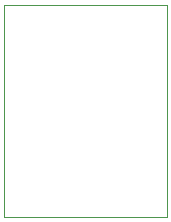
<source format=gko>
%FSLAX46Y46*%
G04 Gerber Fmt 4.6, Leading zero omitted, Abs format (unit mm)*
G04 Created by KiCad (PCBNEW (2014-08-05 BZR 5054)-product) date Sun 07 Dec 2014 10:25:36 PM PST*
%MOMM*%
G01*
G04 APERTURE LIST*
%ADD10C,0.100000*%
%ADD11C,0.020000*%
G04 APERTURE END LIST*
D10*
D11*
X0Y-17900000D02*
X0Y0D01*
X13800000Y0D02*
X0Y0D01*
X13800000Y-17900000D02*
X13800000Y0D01*
X0Y-17900000D02*
X13800000Y-17900000D01*
M02*

</source>
